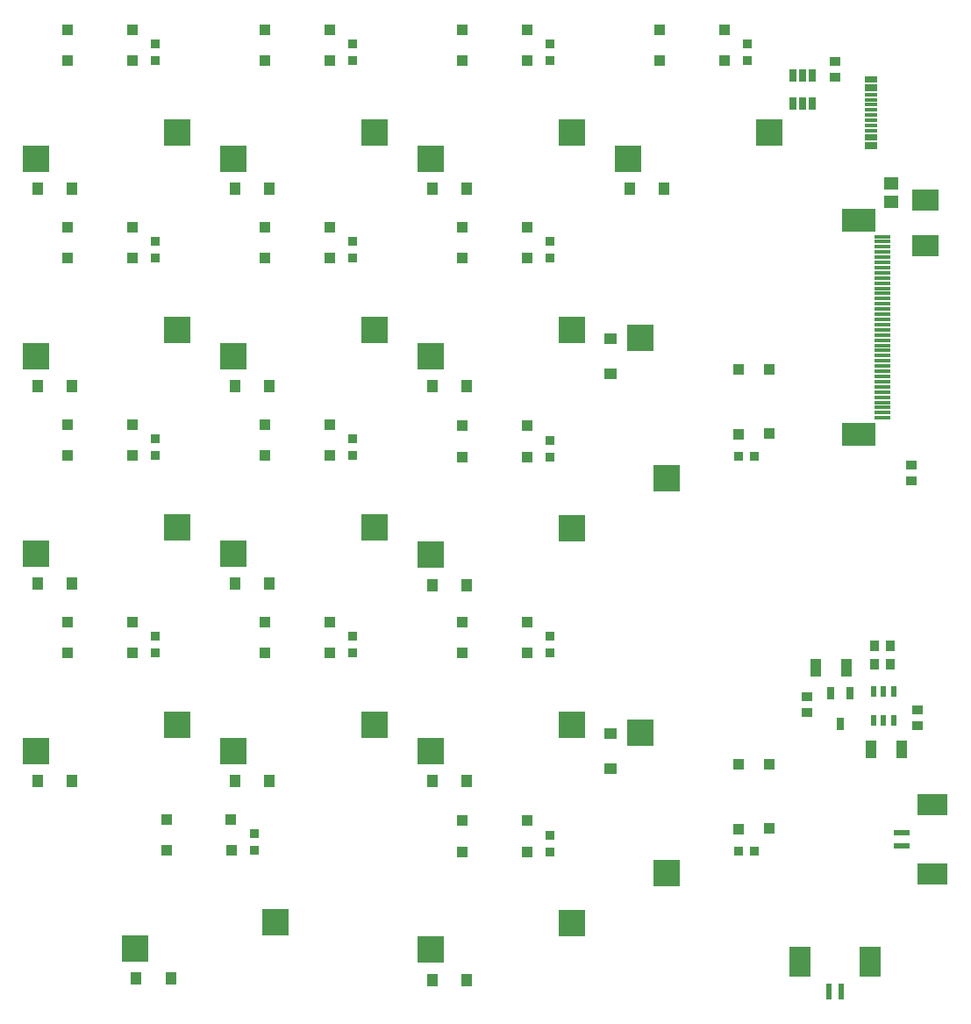
<source format=gbp>
G04*
G04 #@! TF.GenerationSoftware,Altium Limited,Altium Designer,19.1.2 (11)*
G04*
G04 Layer_Color=128*
%FSLAX25Y25*%
%MOIN*%
G70*
G01*
G75*
%ADD14R,0.03858X0.03661*%
%ADD43R,0.05787X0.04567*%
%ADD44R,0.01968X0.05906*%
%ADD45R,0.08268X0.11811*%
%ADD46R,0.04449X0.07087*%
%ADD47R,0.02559X0.04528*%
%ADD48R,0.11811X0.08268*%
%ADD49R,0.05906X0.01968*%
%ADD50R,0.02362X0.04331*%
%ADD51R,0.03661X0.03858*%
%ADD52R,0.05906X0.01181*%
%ADD53R,0.12992X0.08661*%
%ADD54R,0.05118X0.01181*%
%ADD55R,0.10039X0.09843*%
%ADD56R,0.03937X0.03937*%
%ADD57R,0.03937X0.04724*%
%ADD58R,0.03543X0.03583*%
%ADD59R,0.09843X0.10039*%
%ADD60R,0.03937X0.03937*%
%ADD61R,0.04724X0.03937*%
%ADD62R,0.03583X0.03543*%
%ADD63R,0.02756X0.05118*%
%ADD64R,0.09843X0.07874*%
D14*
X319000Y117532D02*
D03*
Y111469D02*
D03*
X361000Y106468D02*
D03*
Y112531D02*
D03*
X358500Y199469D02*
D03*
Y205532D02*
D03*
X329500Y359032D02*
D03*
Y352969D02*
D03*
D43*
X351000Y312504D02*
D03*
Y305496D02*
D03*
D44*
X332000Y5500D02*
D03*
X327079D02*
D03*
D45*
X342854Y17000D02*
D03*
X316224D02*
D03*
D46*
X333866Y128500D02*
D03*
X322134D02*
D03*
X343134Y97500D02*
D03*
X354866D02*
D03*
D47*
X331500Y107193D02*
D03*
X335240Y118807D02*
D03*
X327760D02*
D03*
D48*
X366500Y76776D02*
D03*
Y50146D02*
D03*
D49*
X355000Y65921D02*
D03*
Y61000D02*
D03*
D50*
X351740Y108488D02*
D03*
X348000D02*
D03*
X344260D02*
D03*
Y119512D02*
D03*
X348000D02*
D03*
X351740D02*
D03*
D51*
X350532Y130000D02*
D03*
X344468D02*
D03*
X344468Y137000D02*
D03*
X350532D02*
D03*
D52*
X347522Y292445D02*
D03*
Y290480D02*
D03*
Y288510D02*
D03*
Y286540D02*
D03*
Y284570D02*
D03*
Y282600D02*
D03*
Y280630D02*
D03*
Y278665D02*
D03*
Y276700D02*
D03*
Y274730D02*
D03*
Y272760D02*
D03*
Y270790D02*
D03*
Y268820D02*
D03*
Y266855D02*
D03*
Y264885D02*
D03*
Y262920D02*
D03*
Y260950D02*
D03*
Y258980D02*
D03*
Y257010D02*
D03*
Y255040D02*
D03*
Y253070D02*
D03*
Y251110D02*
D03*
Y249140D02*
D03*
Y247170D02*
D03*
Y245200D02*
D03*
Y243230D02*
D03*
Y241260D02*
D03*
Y239295D02*
D03*
Y237330D02*
D03*
Y235360D02*
D03*
Y233390D02*
D03*
Y231420D02*
D03*
X347533Y229450D02*
D03*
Y227480D02*
D03*
Y225510D02*
D03*
X347522Y223550D02*
D03*
D53*
X338468Y298740D02*
D03*
Y217260D02*
D03*
D54*
X343173Y326311D02*
D03*
Y327492D02*
D03*
X343172Y329460D02*
D03*
Y330642D02*
D03*
X343173Y332610D02*
D03*
X343168Y334580D02*
D03*
X343173Y336547D02*
D03*
Y338516D02*
D03*
Y340484D02*
D03*
Y342453D02*
D03*
Y344421D02*
D03*
X343168Y346390D02*
D03*
X343173Y348358D02*
D03*
Y349539D02*
D03*
Y351508D02*
D03*
Y352689D02*
D03*
D55*
X229500Y31500D02*
D03*
X176000Y21500D02*
D03*
X117000Y32000D02*
D03*
X63500Y22000D02*
D03*
X229500Y107000D02*
D03*
X176000Y97000D02*
D03*
X154500Y107000D02*
D03*
X101000Y97000D02*
D03*
X79500Y107000D02*
D03*
X26000Y97000D02*
D03*
X229500Y181500D02*
D03*
X176000Y171500D02*
D03*
X154500Y182000D02*
D03*
X101000Y172000D02*
D03*
X79500Y182000D02*
D03*
X26000Y172000D02*
D03*
X154500Y332000D02*
D03*
X101000Y322000D02*
D03*
X229500Y257000D02*
D03*
X176000Y247000D02*
D03*
X154500Y257000D02*
D03*
X101000Y247000D02*
D03*
X79500Y257000D02*
D03*
X26000Y247000D02*
D03*
X79500Y332000D02*
D03*
X26000Y322000D02*
D03*
X251000D02*
D03*
X304500Y332000D02*
D03*
X176000Y322000D02*
D03*
X229500Y332000D02*
D03*
D56*
X212400Y70500D02*
D03*
X187900D02*
D03*
X212600Y58700D02*
D03*
X187900D02*
D03*
X99900Y71000D02*
D03*
X75400D02*
D03*
X100100Y59200D02*
D03*
X75400D02*
D03*
X212400Y146000D02*
D03*
X187900D02*
D03*
X212600Y134200D02*
D03*
X187900D02*
D03*
X137400Y146000D02*
D03*
X112900D02*
D03*
X137600Y134200D02*
D03*
X112900D02*
D03*
X62400Y146000D02*
D03*
X37900D02*
D03*
X62600Y134200D02*
D03*
X37900D02*
D03*
X212400Y220500D02*
D03*
X187900D02*
D03*
X212600Y208700D02*
D03*
X187900D02*
D03*
X137400Y221000D02*
D03*
X112900D02*
D03*
X137600Y209200D02*
D03*
X112900D02*
D03*
X62400Y221000D02*
D03*
X37900D02*
D03*
X62600Y209200D02*
D03*
X37900D02*
D03*
X137400Y371000D02*
D03*
X112900D02*
D03*
X137600Y359200D02*
D03*
X112900D02*
D03*
X212400Y296000D02*
D03*
X187900D02*
D03*
X212600Y284200D02*
D03*
X187900D02*
D03*
X137400Y296000D02*
D03*
X112900D02*
D03*
X137600Y284200D02*
D03*
X112900D02*
D03*
X62400Y296000D02*
D03*
X37900D02*
D03*
X62600Y284200D02*
D03*
X37900D02*
D03*
X62400Y371000D02*
D03*
X37900D02*
D03*
X62600Y359200D02*
D03*
X37900D02*
D03*
X262900D02*
D03*
X287600D02*
D03*
X262900Y371000D02*
D03*
X287400D02*
D03*
X187900Y359200D02*
D03*
X212600D02*
D03*
X187900Y371000D02*
D03*
X212400D02*
D03*
D57*
X189614Y10100D02*
D03*
X176386D02*
D03*
X77114Y10600D02*
D03*
X63886D02*
D03*
X189614Y85600D02*
D03*
X176386D02*
D03*
X114614D02*
D03*
X101386D02*
D03*
X39614D02*
D03*
X26386D02*
D03*
X189614Y160100D02*
D03*
X176386D02*
D03*
X114614Y160600D02*
D03*
X101386D02*
D03*
X39614D02*
D03*
X26386D02*
D03*
X114614Y310600D02*
D03*
X101386D02*
D03*
X189614Y235600D02*
D03*
X176386D02*
D03*
X114614D02*
D03*
X101386D02*
D03*
X39614D02*
D03*
X26386D02*
D03*
X39614Y310600D02*
D03*
X26386D02*
D03*
X251386D02*
D03*
X264614D02*
D03*
X176386D02*
D03*
X189614D02*
D03*
D58*
X221200Y58700D02*
D03*
X221200Y64999D02*
D03*
X108700Y59200D02*
D03*
X108700Y65499D02*
D03*
X221200Y134200D02*
D03*
X221200Y140499D02*
D03*
X146200Y134200D02*
D03*
X146200Y140499D02*
D03*
X71200Y134200D02*
D03*
X71200Y140499D02*
D03*
X221200Y208700D02*
D03*
X221200Y214999D02*
D03*
X146200Y209200D02*
D03*
X146200Y215499D02*
D03*
X71200Y209200D02*
D03*
X71200Y215499D02*
D03*
X146200Y359200D02*
D03*
X146200Y365499D02*
D03*
X221200Y284200D02*
D03*
X221200Y290499D02*
D03*
X146200Y284200D02*
D03*
X146200Y290499D02*
D03*
X71200Y284200D02*
D03*
X71200Y290499D02*
D03*
X71200Y359200D02*
D03*
X71200Y365499D02*
D03*
X296200D02*
D03*
X296200Y359200D02*
D03*
X221200Y365499D02*
D03*
X221200Y359200D02*
D03*
D59*
X265500Y200500D02*
D03*
X255500Y254000D02*
D03*
X265500Y50500D02*
D03*
X255500Y104000D02*
D03*
D60*
X304500Y217600D02*
D03*
Y242100D02*
D03*
X292700Y217400D02*
D03*
Y242100D02*
D03*
X304500Y67600D02*
D03*
Y92100D02*
D03*
X292700Y67400D02*
D03*
Y92100D02*
D03*
D61*
X244100Y240386D02*
D03*
Y253614D02*
D03*
Y90386D02*
D03*
Y103614D02*
D03*
D62*
X292700Y208800D02*
D03*
X298999Y208800D02*
D03*
X292700Y58800D02*
D03*
X298999Y58800D02*
D03*
D63*
X321000Y353500D02*
D03*
X313500D02*
D03*
X313520Y343051D02*
D03*
X317260D02*
D03*
X321000D02*
D03*
X317240Y353500D02*
D03*
D64*
X364000Y306161D02*
D03*
Y288839D02*
D03*
M02*

</source>
